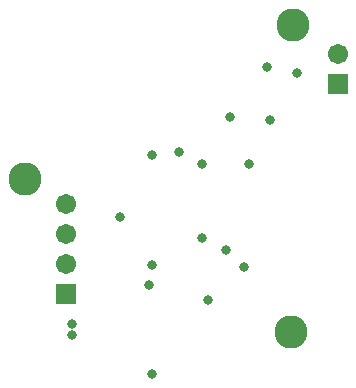
<source format=gbs>
%FSLAX25Y25*%
%MOIN*%
G70*
G01*
G75*
G04 Layer_Color=16711935*
%ADD10R,0.05118X0.07874*%
%ADD11R,0.07874X0.07874*%
%ADD12R,0.07874X0.05118*%
%ADD13R,0.07874X0.07874*%
%ADD14R,0.02756X0.03543*%
%ADD15R,0.03583X0.04803*%
%ADD16R,0.03150X0.03543*%
%ADD17R,0.03543X0.02756*%
%ADD18O,0.05118X0.01772*%
%ADD19O,0.01772X0.05118*%
%ADD20R,0.05709X0.08071*%
%ADD21R,0.08071X0.05709*%
%ADD22R,0.03347X0.02756*%
%ADD23R,0.02756X0.05118*%
%ADD24R,0.03543X0.03150*%
%ADD25R,0.04331X0.10236*%
%ADD26R,0.10630X0.03937*%
%ADD27R,0.10630X0.12992*%
%ADD28C,0.01600*%
%ADD29C,0.01000*%
%ADD30R,0.05906X0.05906*%
%ADD31C,0.05906*%
%ADD32C,0.02500*%
%ADD33C,0.10236*%
%ADD34C,0.00984*%
%ADD35C,0.01575*%
%ADD36C,0.00787*%
%ADD37C,0.00800*%
%ADD38C,0.00606*%
%ADD39R,0.05918X0.08674*%
%ADD40R,0.08674X0.08674*%
%ADD41R,0.08674X0.05918*%
%ADD42R,0.08674X0.08674*%
%ADD43R,0.03556X0.04343*%
%ADD44R,0.04383X0.05603*%
%ADD45R,0.03950X0.04343*%
%ADD46R,0.04343X0.03556*%
%ADD47O,0.05918X0.02572*%
%ADD48O,0.02572X0.05918*%
%ADD49R,0.06509X0.08871*%
%ADD50R,0.08871X0.06509*%
%ADD51R,0.04147X0.03556*%
%ADD52R,0.03556X0.05918*%
%ADD53R,0.04343X0.03950*%
%ADD54R,0.05131X0.11036*%
%ADD55R,0.11430X0.04737*%
%ADD56R,0.11430X0.13792*%
%ADD57R,0.06706X0.06706*%
%ADD58C,0.06706*%
%ADD59C,0.03300*%
%ADD60C,0.11036*%
D57*
X-45276Y-38386D02*
D03*
X45276Y31496D02*
D03*
D58*
X-45276Y-28386D02*
D03*
Y-18386D02*
D03*
Y-8386D02*
D03*
X45276Y41496D02*
D03*
D59*
X9252Y20669D02*
D03*
X31496Y35433D02*
D03*
X-43307Y-52165D02*
D03*
Y-48228D02*
D03*
X13780Y-29528D02*
D03*
X-27559Y-12795D02*
D03*
X-197Y-19685D02*
D03*
X-16732Y-28543D02*
D03*
X-16732Y-64961D02*
D03*
X1969Y-40354D02*
D03*
X-17717Y-35433D02*
D03*
X-16732Y7874D02*
D03*
X22638Y19685D02*
D03*
X21654Y37402D02*
D03*
X-7874Y8858D02*
D03*
X0Y4921D02*
D03*
X15748D02*
D03*
X7874Y-23622D02*
D03*
D60*
X30315Y51181D02*
D03*
X29528Y-51143D02*
D03*
X-59055Y0D02*
D03*
M02*

</source>
